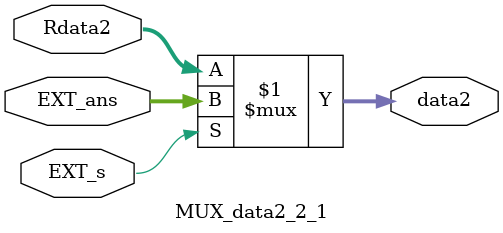
<source format=v>
`timescale 1ns / 1ps
module MUX_data2_2_1(
    input [31:0] EXT_ans,
    input [31:0] Rdata2,
    input EXT_s,
    output [31:0] data2
    );
	assign data2=(EXT_s)?EXT_ans:Rdata2;

endmodule

</source>
